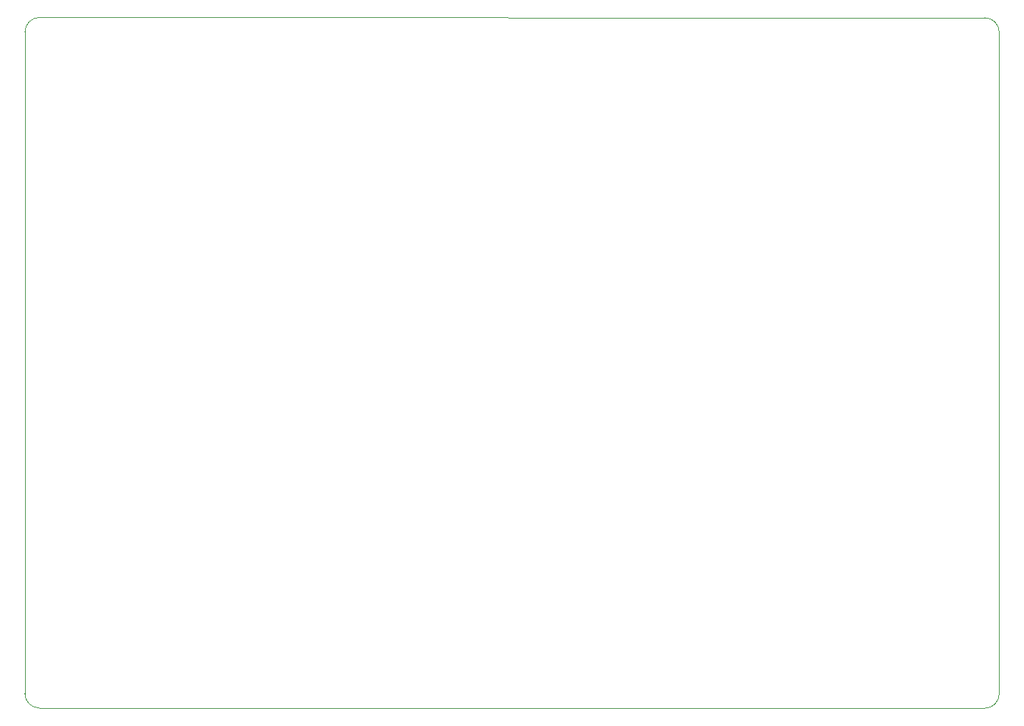
<source format=gbr>
%TF.GenerationSoftware,KiCad,Pcbnew,(6.0.0)*%
%TF.CreationDate,2022-03-25T10:46:11+03:00*%
%TF.ProjectId,LaundryPCB,4c61756e-6472-4795-9043-422e6b696361,rev?*%
%TF.SameCoordinates,Original*%
%TF.FileFunction,Profile,NP*%
%FSLAX46Y46*%
G04 Gerber Fmt 4.6, Leading zero omitted, Abs format (unit mm)*
G04 Created by KiCad (PCBNEW (6.0.0)) date 2022-03-25 10:46:11*
%MOMM*%
%LPD*%
G01*
G04 APERTURE LIST*
%TA.AperFunction,Profile*%
%ADD10C,0.100000*%
%TD*%
G04 APERTURE END LIST*
D10*
X200662122Y-55987878D02*
G75*
G03*
X198962122Y-54287878I-1714500J-14500D01*
G01*
X200662122Y-55987878D02*
X200660000Y-134330000D01*
X87167878Y-54257878D02*
X198962122Y-54287878D01*
X85450000Y-134290000D02*
X85467878Y-55957878D01*
X87167878Y-54257878D02*
G75*
G03*
X85467878Y-55957878I14500J-1714500D01*
G01*
X198960000Y-136030000D02*
X87150000Y-135990000D01*
X198960000Y-136030000D02*
G75*
G03*
X200660000Y-134330000I-14500J1714500D01*
G01*
X85450000Y-134290000D02*
G75*
G03*
X87150000Y-135990000I1714500J14500D01*
G01*
M02*

</source>
